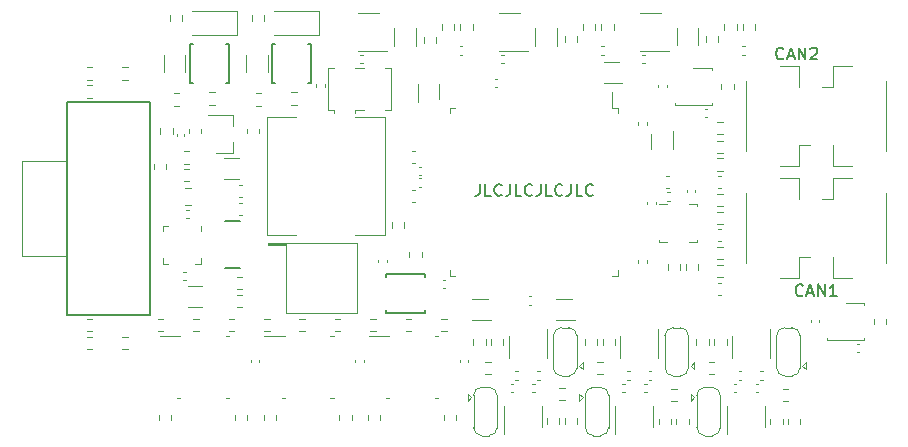
<source format=gto>
%TF.GenerationSoftware,KiCad,Pcbnew,5.1.12-84ad8e8a86~92~ubuntu20.04.1*%
%TF.CreationDate,2021-12-19T14:53:55+01:00*%
%TF.ProjectId,uHoubolt_PCB_ECU,75486f75-626f-46c7-945f-5043425f4543,rev?*%
%TF.SameCoordinates,PX7270e00PY4c4b400*%
%TF.FileFunction,Legend,Top*%
%TF.FilePolarity,Positive*%
%FSLAX46Y46*%
G04 Gerber Fmt 4.6, Leading zero omitted, Abs format (unit mm)*
G04 Created by KiCad (PCBNEW 5.1.12-84ad8e8a86~92~ubuntu20.04.1) date 2021-12-19 14:53:55*
%MOMM*%
%LPD*%
G01*
G04 APERTURE LIST*
%ADD10C,0.150000*%
%ADD11C,0.200000*%
%ADD12C,0.120000*%
G04 APERTURE END LIST*
D10*
X34930952Y-17952380D02*
X34930952Y-18666666D01*
X34883333Y-18809523D01*
X34788095Y-18904761D01*
X34645238Y-18952380D01*
X34550000Y-18952380D01*
X35883333Y-18952380D02*
X35407142Y-18952380D01*
X35407142Y-17952380D01*
X36788095Y-18857142D02*
X36740476Y-18904761D01*
X36597619Y-18952380D01*
X36502380Y-18952380D01*
X36359523Y-18904761D01*
X36264285Y-18809523D01*
X36216666Y-18714285D01*
X36169047Y-18523809D01*
X36169047Y-18380952D01*
X36216666Y-18190476D01*
X36264285Y-18095238D01*
X36359523Y-18000000D01*
X36502380Y-17952380D01*
X36597619Y-17952380D01*
X36740476Y-18000000D01*
X36788095Y-18047619D01*
X37502380Y-17952380D02*
X37502380Y-18666666D01*
X37454761Y-18809523D01*
X37359523Y-18904761D01*
X37216666Y-18952380D01*
X37121428Y-18952380D01*
X38454761Y-18952380D02*
X37978571Y-18952380D01*
X37978571Y-17952380D01*
X39359523Y-18857142D02*
X39311904Y-18904761D01*
X39169047Y-18952380D01*
X39073809Y-18952380D01*
X38930952Y-18904761D01*
X38835714Y-18809523D01*
X38788095Y-18714285D01*
X38740476Y-18523809D01*
X38740476Y-18380952D01*
X38788095Y-18190476D01*
X38835714Y-18095238D01*
X38930952Y-18000000D01*
X39073809Y-17952380D01*
X39169047Y-17952380D01*
X39311904Y-18000000D01*
X39359523Y-18047619D01*
X40073809Y-17952380D02*
X40073809Y-18666666D01*
X40026190Y-18809523D01*
X39930952Y-18904761D01*
X39788095Y-18952380D01*
X39692857Y-18952380D01*
X41026190Y-18952380D02*
X40550000Y-18952380D01*
X40550000Y-17952380D01*
X41930952Y-18857142D02*
X41883333Y-18904761D01*
X41740476Y-18952380D01*
X41645238Y-18952380D01*
X41502380Y-18904761D01*
X41407142Y-18809523D01*
X41359523Y-18714285D01*
X41311904Y-18523809D01*
X41311904Y-18380952D01*
X41359523Y-18190476D01*
X41407142Y-18095238D01*
X41502380Y-18000000D01*
X41645238Y-17952380D01*
X41740476Y-17952380D01*
X41883333Y-18000000D01*
X41930952Y-18047619D01*
X42645238Y-17952380D02*
X42645238Y-18666666D01*
X42597619Y-18809523D01*
X42502380Y-18904761D01*
X42359523Y-18952380D01*
X42264285Y-18952380D01*
X43597619Y-18952380D02*
X43121428Y-18952380D01*
X43121428Y-17952380D01*
X44502380Y-18857142D02*
X44454761Y-18904761D01*
X44311904Y-18952380D01*
X44216666Y-18952380D01*
X44073809Y-18904761D01*
X43978571Y-18809523D01*
X43930952Y-18714285D01*
X43883333Y-18523809D01*
X43883333Y-18380952D01*
X43930952Y-18190476D01*
X43978571Y-18095238D01*
X44073809Y-18000000D01*
X44216666Y-17952380D01*
X44311904Y-17952380D01*
X44454761Y-18000000D01*
X44502380Y-18047619D01*
D11*
X62280952Y-27357142D02*
X62233333Y-27404761D01*
X62090476Y-27452380D01*
X61995238Y-27452380D01*
X61852380Y-27404761D01*
X61757142Y-27309523D01*
X61709523Y-27214285D01*
X61661904Y-27023809D01*
X61661904Y-26880952D01*
X61709523Y-26690476D01*
X61757142Y-26595238D01*
X61852380Y-26500000D01*
X61995238Y-26452380D01*
X62090476Y-26452380D01*
X62233333Y-26500000D01*
X62280952Y-26547619D01*
X62661904Y-27166666D02*
X63138095Y-27166666D01*
X62566666Y-27452380D02*
X62900000Y-26452380D01*
X63233333Y-27452380D01*
X63566666Y-27452380D02*
X63566666Y-26452380D01*
X64138095Y-27452380D01*
X64138095Y-26452380D01*
X65138095Y-27452380D02*
X64566666Y-27452380D01*
X64852380Y-27452380D02*
X64852380Y-26452380D01*
X64757142Y-26595238D01*
X64661904Y-26690476D01*
X64566666Y-26738095D01*
X60630952Y-7307142D02*
X60583333Y-7354761D01*
X60440476Y-7402380D01*
X60345238Y-7402380D01*
X60202380Y-7354761D01*
X60107142Y-7259523D01*
X60059523Y-7164285D01*
X60011904Y-6973809D01*
X60011904Y-6830952D01*
X60059523Y-6640476D01*
X60107142Y-6545238D01*
X60202380Y-6450000D01*
X60345238Y-6402380D01*
X60440476Y-6402380D01*
X60583333Y-6450000D01*
X60630952Y-6497619D01*
X61011904Y-7116666D02*
X61488095Y-7116666D01*
X60916666Y-7402380D02*
X61250000Y-6402380D01*
X61583333Y-7402380D01*
X61916666Y-7402380D02*
X61916666Y-6402380D01*
X62488095Y-7402380D01*
X62488095Y-6402380D01*
X62916666Y-6497619D02*
X62964285Y-6450000D01*
X63059523Y-6402380D01*
X63297619Y-6402380D01*
X63392857Y-6450000D01*
X63440476Y-6497619D01*
X63488095Y-6592857D01*
X63488095Y-6688095D01*
X63440476Y-6830952D01*
X62869047Y-7402380D01*
X63488095Y-7402380D01*
D12*
%TO.C,J1*%
X-3800000Y-16000000D02*
X0Y-16000000D01*
X-3800000Y-24000000D02*
X-3800000Y-16000000D01*
X0Y-24000000D02*
X-3800000Y-24000000D01*
D10*
X7000000Y-29000000D02*
X7000000Y-11000000D01*
X7000000Y-11000000D02*
X0Y-11000000D01*
X0Y-11000000D02*
X0Y-29000000D01*
X0Y-29000000D02*
X7000000Y-29000000D01*
D12*
%TO.C,U24*%
X35850000Y-29450000D02*
X34300000Y-29450000D01*
X34300000Y-27650000D02*
X35600000Y-27650000D01*
%TO.C,U23*%
X42950000Y-29450000D02*
X41400000Y-29450000D01*
X41400000Y-27650000D02*
X42700000Y-27650000D01*
%TO.C,U22*%
X51250000Y-13425000D02*
X51250000Y-14975000D01*
X49450000Y-14975000D02*
X49450000Y-13675000D01*
%TO.C,U21*%
X47000000Y-9400000D02*
X45450000Y-9400000D01*
X45450000Y-7600000D02*
X46750000Y-7600000D01*
%TO.C,U20*%
X29700000Y-11000000D02*
X29700000Y-9450000D01*
X31500000Y-9450000D02*
X31500000Y-10750000D01*
%TO.C,U8*%
X18500000Y-23000000D02*
X17000000Y-23000000D01*
X18500000Y-23100000D02*
X18500000Y-23000000D01*
X17000000Y-23100000D02*
X18500000Y-23100000D01*
X17000000Y-22900000D02*
X17000000Y-23100000D01*
X24500000Y-28900000D02*
X24500000Y-22900000D01*
X18500000Y-28900000D02*
X24500000Y-28900000D01*
X18500000Y-22900000D02*
X18500000Y-28900000D01*
X24500000Y-22900000D02*
X17000000Y-22900000D01*
%TO.C,R78*%
X28522500Y-21162742D02*
X28522500Y-21637258D01*
X27477500Y-21162742D02*
X27477500Y-21637258D01*
%TO.C,R77*%
X30022500Y-23662742D02*
X30022500Y-24137258D01*
X28977500Y-23662742D02*
X28977500Y-24137258D01*
D10*
%TO.C,Q3*%
X26962500Y-28650000D02*
X26962500Y-28900000D01*
X30262500Y-28650000D02*
X30262500Y-28900000D01*
X30262500Y-25600000D02*
X30262500Y-25850000D01*
X26962500Y-25600000D02*
X26962500Y-25850000D01*
X30262500Y-25600000D02*
X26962500Y-25600000D01*
X30262500Y-28900000D02*
X26962500Y-28900000D01*
D12*
%TO.C,R76*%
X7877500Y-13687258D02*
X7877500Y-13212742D01*
X8922500Y-13687258D02*
X8922500Y-13212742D01*
%TO.C,R75*%
X7327500Y-16687258D02*
X7327500Y-16212742D01*
X8372500Y-16687258D02*
X8372500Y-16212742D01*
%TO.C,R13*%
X14837258Y-26872500D02*
X14362742Y-26872500D01*
X14837258Y-25827500D02*
X14362742Y-25827500D01*
%TO.C,R12*%
X14362742Y-27327500D02*
X14837258Y-27327500D01*
X14362742Y-28372500D02*
X14837258Y-28372500D01*
%TO.C,F2*%
X11402064Y-28360000D02*
X10197936Y-28360000D01*
X11402064Y-26540000D02*
X10197936Y-26540000D01*
%TO.C,C10*%
X9988748Y-18265000D02*
X10511252Y-18265000D01*
X9988748Y-19735000D02*
X10511252Y-19735000D01*
%TO.C,R74*%
X43172500Y-5887258D02*
X43172500Y-5412742D01*
X42127500Y-5887258D02*
X42127500Y-5412742D01*
%TO.C,R11*%
X31222500Y-5987258D02*
X31222500Y-5512742D01*
X30177500Y-5987258D02*
X30177500Y-5512742D01*
%TO.C,R10*%
X55122500Y-5887258D02*
X55122500Y-5412742D01*
X54077500Y-5887258D02*
X54077500Y-5412742D01*
%TO.C,U1*%
X40610000Y-32650000D02*
X40610000Y-30200000D01*
X37390000Y-30850000D02*
X37390000Y-32650000D01*
%TO.C,R7*%
X35412742Y-34072500D02*
X35887258Y-34072500D01*
X35412742Y-33027500D02*
X35887258Y-33027500D01*
%TO.C,R2*%
X35422500Y-31537258D02*
X35422500Y-31062742D01*
X34377500Y-31537258D02*
X34377500Y-31062742D01*
%TO.C,R1*%
X35877500Y-31062742D02*
X35877500Y-31537258D01*
X36922500Y-31062742D02*
X36922500Y-31537258D01*
%TO.C,JP3*%
X41150000Y-33550000D02*
X41150000Y-30750000D01*
X41850000Y-30100000D02*
X42450000Y-30100000D01*
X43150000Y-30750000D02*
X43150000Y-33550000D01*
X42450000Y-34200000D02*
X41850000Y-34200000D01*
X43350000Y-33350000D02*
X43650000Y-33650000D01*
X43650000Y-33650000D02*
X43650000Y-33050000D01*
X43350000Y-33350000D02*
X43650000Y-33050000D01*
X41850000Y-34200000D02*
G75*
G02*
X41150000Y-33500000I0J700000D01*
G01*
X43150000Y-33500000D02*
G75*
G02*
X42450000Y-34200000I-700000J0D01*
G01*
X42450000Y-30100000D02*
G75*
G02*
X43150000Y-30800000I0J-700000D01*
G01*
X41150000Y-30800000D02*
G75*
G02*
X41850000Y-30100000I700000J0D01*
G01*
%TO.C,C2*%
X37942164Y-34510000D02*
X38157836Y-34510000D01*
X37942164Y-33790000D02*
X38157836Y-33790000D01*
%TO.C,C1*%
X40007836Y-33790000D02*
X39792164Y-33790000D01*
X40007836Y-34510000D02*
X39792164Y-34510000D01*
%TO.C,F1*%
X13297936Y-17560000D02*
X14502064Y-17560000D01*
X13297936Y-15740000D02*
X14502064Y-15740000D01*
%TO.C,R73*%
X55012742Y-14277500D02*
X55487258Y-14277500D01*
X55012742Y-15322500D02*
X55487258Y-15322500D01*
%TO.C,R72*%
X55012742Y-23277500D02*
X55487258Y-23277500D01*
X55012742Y-24322500D02*
X55487258Y-24322500D01*
%TO.C,R71*%
X55012742Y-18777500D02*
X55487258Y-18777500D01*
X55012742Y-19822500D02*
X55487258Y-19822500D01*
%TO.C,D13*%
X9900000Y-13850000D02*
X9900000Y-13750000D01*
X9300000Y-13850000D02*
X9300000Y-13750000D01*
%TO.C,J6*%
X66440000Y-7965000D02*
X64840000Y-7965000D01*
X64840000Y-7965000D02*
X64840000Y-9765000D01*
X64840000Y-9765000D02*
X63900000Y-9765000D01*
X66440000Y-16435000D02*
X64840000Y-16435000D01*
X64840000Y-16435000D02*
X64840000Y-14635000D01*
X69310000Y-9235000D02*
X69310000Y-15165000D01*
%TO.C,J5*%
X66440000Y-17415000D02*
X64840000Y-17415000D01*
X64840000Y-17415000D02*
X64840000Y-19215000D01*
X64840000Y-19215000D02*
X63900000Y-19215000D01*
X66440000Y-25885000D02*
X64840000Y-25885000D01*
X64840000Y-25885000D02*
X64840000Y-24085000D01*
X69310000Y-18685000D02*
X69310000Y-24615000D01*
%TO.C,J4*%
X60360000Y-16435000D02*
X61960000Y-16435000D01*
X61960000Y-16435000D02*
X61960000Y-14635000D01*
X61960000Y-14635000D02*
X62900000Y-14635000D01*
X60360000Y-7965000D02*
X61960000Y-7965000D01*
X61960000Y-7965000D02*
X61960000Y-9765000D01*
X57490000Y-15165000D02*
X57490000Y-9235000D01*
%TO.C,J3*%
X60360000Y-25885000D02*
X61960000Y-25885000D01*
X61960000Y-25885000D02*
X61960000Y-24085000D01*
X61960000Y-24085000D02*
X62900000Y-24085000D01*
X60360000Y-17415000D02*
X61960000Y-17415000D01*
X61960000Y-17415000D02*
X61960000Y-19215000D01*
X57490000Y-24615000D02*
X57490000Y-18685000D01*
%TO.C,U19*%
X13435584Y-36060000D02*
X13700000Y-36060000D01*
X9564416Y-36060000D02*
X9300000Y-36060000D01*
X13435584Y-30840000D02*
X13700000Y-30840000D01*
X9564416Y-30840000D02*
X7850000Y-30840000D01*
%TO.C,U18*%
X22285584Y-36060000D02*
X22550000Y-36060000D01*
X18414416Y-36060000D02*
X18150000Y-36060000D01*
X22285584Y-30840000D02*
X22550000Y-30840000D01*
X18414416Y-30840000D02*
X16700000Y-30840000D01*
%TO.C,U17*%
X38350000Y-3440000D02*
X36550000Y-3440000D01*
X36550000Y-6660000D02*
X39000000Y-6660000D01*
%TO.C,U16*%
X26400000Y-3440000D02*
X24600000Y-3440000D01*
X24600000Y-6660000D02*
X27050000Y-6660000D01*
%TO.C,U15*%
X46840000Y-30850000D02*
X46840000Y-32650000D01*
X50060000Y-32650000D02*
X50060000Y-30200000D01*
%TO.C,U14*%
X59060000Y-38500000D02*
X59060000Y-36700000D01*
X55840000Y-36700000D02*
X55840000Y-39150000D01*
%TO.C,U13*%
X49610000Y-38500000D02*
X49610000Y-36700000D01*
X46390000Y-36700000D02*
X46390000Y-39150000D01*
%TO.C,U12*%
X40160000Y-38500000D02*
X40160000Y-36700000D01*
X36940000Y-36700000D02*
X36940000Y-39150000D01*
%TO.C,U11*%
X31135584Y-36060000D02*
X31400000Y-36060000D01*
X27264416Y-36060000D02*
X27000000Y-36060000D01*
X31135584Y-30840000D02*
X31400000Y-30840000D01*
X27264416Y-30840000D02*
X25550000Y-30840000D01*
%TO.C,U10*%
X50300000Y-3440000D02*
X48500000Y-3440000D01*
X48500000Y-6660000D02*
X50950000Y-6660000D01*
%TO.C,U9*%
X56290000Y-30850000D02*
X56290000Y-32650000D01*
X59510000Y-32650000D02*
X59510000Y-30200000D01*
%TO.C,R70*%
X13662742Y-29377500D02*
X14137258Y-29377500D01*
X13662742Y-30422500D02*
X14137258Y-30422500D01*
%TO.C,R69*%
X8137258Y-30422500D02*
X7662742Y-30422500D01*
X8137258Y-29377500D02*
X7662742Y-29377500D01*
%TO.C,R68*%
X15222500Y-37462742D02*
X15222500Y-37937258D01*
X14177500Y-37462742D02*
X14177500Y-37937258D01*
%TO.C,R67*%
X7777500Y-37937258D02*
X7777500Y-37462742D01*
X8822500Y-37937258D02*
X8822500Y-37462742D01*
%TO.C,R66*%
X10662742Y-29377500D02*
X11137258Y-29377500D01*
X10662742Y-30422500D02*
X11137258Y-30422500D01*
%TO.C,R65*%
X22662742Y-29377500D02*
X23137258Y-29377500D01*
X22662742Y-30422500D02*
X23137258Y-30422500D01*
%TO.C,R64*%
X17137258Y-30422500D02*
X16662742Y-30422500D01*
X17137258Y-29377500D02*
X16662742Y-29377500D01*
%TO.C,R63*%
X24072500Y-37462742D02*
X24072500Y-37937258D01*
X23027500Y-37462742D02*
X23027500Y-37937258D01*
%TO.C,R62*%
X16627500Y-37937258D02*
X16627500Y-37462742D01*
X17672500Y-37937258D02*
X17672500Y-37462742D01*
%TO.C,R61*%
X19662742Y-29377500D02*
X20137258Y-29377500D01*
X19662742Y-30422500D02*
X20137258Y-30422500D01*
%TO.C,R60*%
X15140000Y-8477064D02*
X15140000Y-7022936D01*
X16960000Y-8477064D02*
X16960000Y-7022936D01*
%TO.C,R59*%
X18962742Y-10177500D02*
X19437258Y-10177500D01*
X18962742Y-11222500D02*
X19437258Y-11222500D01*
%TO.C,R58*%
X15962742Y-10277500D02*
X16437258Y-10277500D01*
X15962742Y-11322500D02*
X16437258Y-11322500D01*
%TO.C,R57*%
X15627500Y-4137258D02*
X15627500Y-3662742D01*
X16672500Y-4137258D02*
X16672500Y-3662742D01*
%TO.C,R56*%
X43677500Y-4887258D02*
X43677500Y-4412742D01*
X44722500Y-4887258D02*
X44722500Y-4412742D01*
%TO.C,R55*%
X41460000Y-4772936D02*
X41460000Y-6227064D01*
X39640000Y-4772936D02*
X39640000Y-6227064D01*
%TO.C,R54*%
X45227500Y-4887258D02*
X45227500Y-4412742D01*
X46272500Y-4887258D02*
X46272500Y-4412742D01*
%TO.C,R53*%
X31727500Y-4887258D02*
X31727500Y-4412742D01*
X32772500Y-4887258D02*
X32772500Y-4412742D01*
%TO.C,R52*%
X29510000Y-4772936D02*
X29510000Y-6227064D01*
X27690000Y-4772936D02*
X27690000Y-6227064D01*
%TO.C,R51*%
X33277500Y-4887258D02*
X33277500Y-4412742D01*
X34322500Y-4887258D02*
X34322500Y-4412742D01*
%TO.C,R50*%
X55012742Y-15777500D02*
X55487258Y-15777500D01*
X55012742Y-16822500D02*
X55487258Y-16822500D01*
%TO.C,R49*%
X55012742Y-24777500D02*
X55487258Y-24777500D01*
X55012742Y-25822500D02*
X55487258Y-25822500D01*
%TO.C,R48*%
X44862742Y-33027500D02*
X45337258Y-33027500D01*
X44862742Y-34072500D02*
X45337258Y-34072500D01*
%TO.C,R47*%
X43827500Y-31537258D02*
X43827500Y-31062742D01*
X44872500Y-31537258D02*
X44872500Y-31062742D01*
%TO.C,R46*%
X46372500Y-31062742D02*
X46372500Y-31537258D01*
X45327500Y-31062742D02*
X45327500Y-31537258D01*
%TO.C,R45*%
X61037258Y-36322500D02*
X60562742Y-36322500D01*
X61037258Y-35277500D02*
X60562742Y-35277500D01*
%TO.C,R44*%
X62072500Y-37812742D02*
X62072500Y-38287258D01*
X61027500Y-37812742D02*
X61027500Y-38287258D01*
%TO.C,R43*%
X59527500Y-38287258D02*
X59527500Y-37812742D01*
X60572500Y-38287258D02*
X60572500Y-37812742D01*
%TO.C,R42*%
X51587258Y-36322500D02*
X51112742Y-36322500D01*
X51587258Y-35277500D02*
X51112742Y-35277500D01*
%TO.C,R41*%
X52622500Y-37812742D02*
X52622500Y-38287258D01*
X51577500Y-37812742D02*
X51577500Y-38287258D01*
%TO.C,R40*%
X50077500Y-38287258D02*
X50077500Y-37812742D01*
X51122500Y-38287258D02*
X51122500Y-37812742D01*
%TO.C,R39*%
X42137258Y-36272500D02*
X41662742Y-36272500D01*
X42137258Y-35227500D02*
X41662742Y-35227500D01*
%TO.C,R38*%
X43172500Y-37762742D02*
X43172500Y-38237258D01*
X42127500Y-37762742D02*
X42127500Y-38237258D01*
%TO.C,R37*%
X40627500Y-38237258D02*
X40627500Y-37762742D01*
X41672500Y-38237258D02*
X41672500Y-37762742D01*
%TO.C,R36*%
X31662742Y-29377500D02*
X32137258Y-29377500D01*
X31662742Y-30422500D02*
X32137258Y-30422500D01*
%TO.C,R35*%
X26137258Y-30422500D02*
X25662742Y-30422500D01*
X26137258Y-29377500D02*
X25662742Y-29377500D01*
%TO.C,R34*%
X32922500Y-37462742D02*
X32922500Y-37937258D01*
X31877500Y-37462742D02*
X31877500Y-37937258D01*
%TO.C,R33*%
X25477500Y-37937258D02*
X25477500Y-37462742D01*
X26522500Y-37937258D02*
X26522500Y-37462742D01*
%TO.C,R32*%
X28662742Y-29377500D02*
X29137258Y-29377500D01*
X28662742Y-30422500D02*
X29137258Y-30422500D01*
%TO.C,R31*%
X8190000Y-8477064D02*
X8190000Y-7022936D01*
X10010000Y-8477064D02*
X10010000Y-7022936D01*
%TO.C,R30*%
X12012742Y-10177500D02*
X12487258Y-10177500D01*
X12012742Y-11222500D02*
X12487258Y-11222500D01*
%TO.C,R29*%
X9012742Y-10277500D02*
X9487258Y-10277500D01*
X9012742Y-11322500D02*
X9487258Y-11322500D01*
%TO.C,R28*%
X8677500Y-4137258D02*
X8677500Y-3662742D01*
X9722500Y-4137258D02*
X9722500Y-3662742D01*
%TO.C,R27*%
X55627500Y-4887258D02*
X55627500Y-4412742D01*
X56672500Y-4887258D02*
X56672500Y-4412742D01*
%TO.C,R26*%
X53410000Y-4722936D02*
X53410000Y-6177064D01*
X51590000Y-4722936D02*
X51590000Y-6177064D01*
%TO.C,R25*%
X57177500Y-4887258D02*
X57177500Y-4412742D01*
X58222500Y-4887258D02*
X58222500Y-4412742D01*
%TO.C,R24*%
X55012742Y-20277500D02*
X55487258Y-20277500D01*
X55012742Y-21322500D02*
X55487258Y-21322500D01*
%TO.C,R23*%
X54312742Y-33027500D02*
X54787258Y-33027500D01*
X54312742Y-34072500D02*
X54787258Y-34072500D01*
%TO.C,R22*%
X53277500Y-31537258D02*
X53277500Y-31062742D01*
X54322500Y-31537258D02*
X54322500Y-31062742D01*
%TO.C,R21*%
X55822500Y-31062742D02*
X55822500Y-31537258D01*
X54777500Y-31062742D02*
X54777500Y-31537258D01*
D10*
%TO.C,Q2*%
X17600000Y-6100000D02*
X17350000Y-6100000D01*
X17600000Y-9400000D02*
X17350000Y-9400000D01*
X20650000Y-9400000D02*
X20400000Y-9400000D01*
X20650000Y-6100000D02*
X20400000Y-6100000D01*
X20650000Y-9400000D02*
X20650000Y-6100000D01*
X17350000Y-9400000D02*
X17350000Y-6100000D01*
%TO.C,Q1*%
X10650000Y-6112500D02*
X10400000Y-6112500D01*
X10650000Y-9412500D02*
X10400000Y-9412500D01*
X13700000Y-9412500D02*
X13450000Y-9412500D01*
X13700000Y-6112500D02*
X13450000Y-6112500D01*
X13700000Y-9412500D02*
X13700000Y-6112500D01*
X10400000Y-9412500D02*
X10400000Y-6112500D01*
D12*
%TO.C,JP7*%
X52800000Y-33350000D02*
X53100000Y-33050000D01*
X53100000Y-33650000D02*
X53100000Y-33050000D01*
X52800000Y-33350000D02*
X53100000Y-33650000D01*
X51900000Y-34200000D02*
X51300000Y-34200000D01*
X52600000Y-30750000D02*
X52600000Y-33550000D01*
X51300000Y-30100000D02*
X51900000Y-30100000D01*
X50600000Y-33550000D02*
X50600000Y-30750000D01*
X51300000Y-34200000D02*
G75*
G02*
X50600000Y-33500000I0J700000D01*
G01*
X52600000Y-33500000D02*
G75*
G02*
X51900000Y-34200000I-700000J0D01*
G01*
X51900000Y-30100000D02*
G75*
G02*
X52600000Y-30800000I0J-700000D01*
G01*
X50600000Y-30800000D02*
G75*
G02*
X51300000Y-30100000I700000J0D01*
G01*
%TO.C,JP6*%
X53100000Y-36000000D02*
X52800000Y-36300000D01*
X52800000Y-35700000D02*
X52800000Y-36300000D01*
X53100000Y-36000000D02*
X52800000Y-35700000D01*
X54000000Y-35150000D02*
X54600000Y-35150000D01*
X53300000Y-38600000D02*
X53300000Y-35800000D01*
X54600000Y-39250000D02*
X54000000Y-39250000D01*
X55300000Y-35800000D02*
X55300000Y-38600000D01*
X54600000Y-35150000D02*
G75*
G02*
X55300000Y-35850000I0J-700000D01*
G01*
X53300000Y-35850000D02*
G75*
G02*
X54000000Y-35150000I700000J0D01*
G01*
X54000000Y-39250000D02*
G75*
G02*
X53300000Y-38550000I0J700000D01*
G01*
X55300000Y-38550000D02*
G75*
G02*
X54600000Y-39250000I-700000J0D01*
G01*
%TO.C,JP5*%
X43650000Y-36000000D02*
X43350000Y-36300000D01*
X43350000Y-35700000D02*
X43350000Y-36300000D01*
X43650000Y-36000000D02*
X43350000Y-35700000D01*
X44550000Y-35150000D02*
X45150000Y-35150000D01*
X43850000Y-38600000D02*
X43850000Y-35800000D01*
X45150000Y-39250000D02*
X44550000Y-39250000D01*
X45850000Y-35800000D02*
X45850000Y-38600000D01*
X45150000Y-35150000D02*
G75*
G02*
X45850000Y-35850000I0J-700000D01*
G01*
X43850000Y-35850000D02*
G75*
G02*
X44550000Y-35150000I700000J0D01*
G01*
X44550000Y-39250000D02*
G75*
G02*
X43850000Y-38550000I0J700000D01*
G01*
X45850000Y-38550000D02*
G75*
G02*
X45150000Y-39250000I-700000J0D01*
G01*
%TO.C,JP4*%
X34200000Y-36000000D02*
X33900000Y-36300000D01*
X33900000Y-35700000D02*
X33900000Y-36300000D01*
X34200000Y-36000000D02*
X33900000Y-35700000D01*
X35100000Y-35150000D02*
X35700000Y-35150000D01*
X34400000Y-38600000D02*
X34400000Y-35800000D01*
X35700000Y-39250000D02*
X35100000Y-39250000D01*
X36400000Y-35800000D02*
X36400000Y-38600000D01*
X35700000Y-35150000D02*
G75*
G02*
X36400000Y-35850000I0J-700000D01*
G01*
X34400000Y-35850000D02*
G75*
G02*
X35100000Y-35150000I700000J0D01*
G01*
X35100000Y-39250000D02*
G75*
G02*
X34400000Y-38550000I0J700000D01*
G01*
X36400000Y-38550000D02*
G75*
G02*
X35700000Y-39250000I-700000J0D01*
G01*
%TO.C,JP1*%
X62250000Y-33350000D02*
X62550000Y-33050000D01*
X62550000Y-33650000D02*
X62550000Y-33050000D01*
X62250000Y-33350000D02*
X62550000Y-33650000D01*
X61350000Y-34200000D02*
X60750000Y-34200000D01*
X62050000Y-30750000D02*
X62050000Y-33550000D01*
X60750000Y-30100000D02*
X61350000Y-30100000D01*
X60050000Y-33550000D02*
X60050000Y-30750000D01*
X60750000Y-34200000D02*
G75*
G02*
X60050000Y-33500000I0J700000D01*
G01*
X62050000Y-33500000D02*
G75*
G02*
X61350000Y-34200000I-700000J0D01*
G01*
X61350000Y-30100000D02*
G75*
G02*
X62050000Y-30800000I0J-700000D01*
G01*
X60050000Y-30800000D02*
G75*
G02*
X60750000Y-30100000I700000J0D01*
G01*
%TO.C,D10*%
X21350000Y-5300000D02*
X21350000Y-3300000D01*
X21350000Y-3300000D02*
X17500000Y-3300000D01*
X21350000Y-5300000D02*
X17500000Y-5300000D01*
%TO.C,D7*%
X14400000Y-5300000D02*
X14400000Y-3300000D01*
X14400000Y-3300000D02*
X10550000Y-3300000D01*
X14400000Y-5300000D02*
X10550000Y-5300000D01*
%TO.C,C61*%
X16260000Y-32842164D02*
X16260000Y-33057836D01*
X15540000Y-32842164D02*
X15540000Y-33057836D01*
%TO.C,C60*%
X25110000Y-32842164D02*
X25110000Y-33057836D01*
X24390000Y-32842164D02*
X24390000Y-33057836D01*
%TO.C,C59*%
X36742164Y-6990000D02*
X36957836Y-6990000D01*
X36742164Y-7710000D02*
X36957836Y-7710000D01*
%TO.C,C58*%
X45407836Y-7010000D02*
X45192164Y-7010000D01*
X45407836Y-6290000D02*
X45192164Y-6290000D01*
%TO.C,C57*%
X24812164Y-6990000D02*
X25027836Y-6990000D01*
X24812164Y-7710000D02*
X25027836Y-7710000D01*
%TO.C,C56*%
X33457836Y-7010000D02*
X33242164Y-7010000D01*
X33457836Y-6290000D02*
X33242164Y-6290000D01*
%TO.C,C55*%
X55109420Y-17290000D02*
X55390580Y-17290000D01*
X55109420Y-18310000D02*
X55390580Y-18310000D01*
%TO.C,C54*%
X55109420Y-26290000D02*
X55390580Y-26290000D01*
X55109420Y-27310000D02*
X55390580Y-27310000D01*
%TO.C,C53*%
X47392164Y-33790000D02*
X47607836Y-33790000D01*
X47392164Y-34510000D02*
X47607836Y-34510000D01*
%TO.C,C52*%
X49457836Y-34510000D02*
X49242164Y-34510000D01*
X49457836Y-33790000D02*
X49242164Y-33790000D01*
%TO.C,C51*%
X58507836Y-35560000D02*
X58292164Y-35560000D01*
X58507836Y-34840000D02*
X58292164Y-34840000D01*
%TO.C,C50*%
X56442164Y-34840000D02*
X56657836Y-34840000D01*
X56442164Y-35560000D02*
X56657836Y-35560000D01*
%TO.C,C49*%
X49057836Y-35560000D02*
X48842164Y-35560000D01*
X49057836Y-34840000D02*
X48842164Y-34840000D01*
%TO.C,C48*%
X46992164Y-34840000D02*
X47207836Y-34840000D01*
X46992164Y-35560000D02*
X47207836Y-35560000D01*
%TO.C,C47*%
X39607836Y-35560000D02*
X39392164Y-35560000D01*
X39607836Y-34840000D02*
X39392164Y-34840000D01*
%TO.C,C46*%
X37542164Y-34840000D02*
X37757836Y-34840000D01*
X37542164Y-35560000D02*
X37757836Y-35560000D01*
%TO.C,C45*%
X33960000Y-32842164D02*
X33960000Y-33057836D01*
X33240000Y-32842164D02*
X33240000Y-33057836D01*
%TO.C,C44*%
X48692164Y-6990000D02*
X48907836Y-6990000D01*
X48692164Y-7710000D02*
X48907836Y-7710000D01*
%TO.C,C43*%
X57357836Y-7010000D02*
X57142164Y-7010000D01*
X57357836Y-6290000D02*
X57142164Y-6290000D01*
%TO.C,C42*%
X55109420Y-21790000D02*
X55390580Y-21790000D01*
X55109420Y-22810000D02*
X55390580Y-22810000D01*
%TO.C,C41*%
X56842164Y-33790000D02*
X57057836Y-33790000D01*
X56842164Y-34510000D02*
X57057836Y-34510000D01*
%TO.C,C24*%
X58907836Y-34510000D02*
X58692164Y-34510000D01*
X58907836Y-33790000D02*
X58692164Y-33790000D01*
%TO.C,LS1*%
X19400000Y-22300000D02*
X16900000Y-22300000D01*
X26900000Y-22300000D02*
X24400000Y-22300000D01*
X24400000Y-12300000D02*
X26900000Y-12300000D01*
X19400000Y-12300000D02*
X16900000Y-12300000D01*
X16900000Y-22300000D02*
X16900000Y-12300000D01*
X26900000Y-12300000D02*
X26900000Y-22300000D01*
%TO.C,C30*%
X29742164Y-16490000D02*
X29957836Y-16490000D01*
X29742164Y-17210000D02*
X29957836Y-17210000D01*
%TO.C,X1*%
X24380000Y-11700000D02*
X24380000Y-11940000D01*
X25120000Y-11700000D02*
X24380000Y-11700000D01*
X22050000Y-8100000D02*
X22580000Y-8100000D01*
X22050000Y-11700000D02*
X22050000Y-8100000D01*
X22580000Y-11700000D02*
X22050000Y-11700000D01*
X22580000Y-11940000D02*
X22580000Y-11700000D01*
X24380000Y-8100000D02*
X25120000Y-8100000D01*
X27450000Y-11700000D02*
X26920000Y-11700000D01*
X27450000Y-8100000D02*
X27450000Y-11700000D01*
X26920000Y-8100000D02*
X27450000Y-8100000D01*
%TO.C,U7*%
X50765000Y-19640000D02*
X50090000Y-19640000D01*
X53310000Y-22860000D02*
X53310000Y-22685000D01*
X52635000Y-22860000D02*
X53310000Y-22860000D01*
X50090000Y-22860000D02*
X50090000Y-22685000D01*
X50765000Y-22860000D02*
X50090000Y-22860000D01*
X53310000Y-19640000D02*
X53310000Y-19815000D01*
X52635000Y-19640000D02*
X53310000Y-19640000D01*
%TO.C,U6*%
X46135000Y-11490000D02*
X46135000Y-10150000D01*
X46610000Y-11490000D02*
X46135000Y-11490000D01*
X46610000Y-11965000D02*
X46610000Y-11490000D01*
X46610000Y-25710000D02*
X46135000Y-25710000D01*
X46610000Y-25235000D02*
X46610000Y-25710000D01*
X32390000Y-11490000D02*
X32865000Y-11490000D01*
X32390000Y-11965000D02*
X32390000Y-11490000D01*
X32390000Y-25710000D02*
X32865000Y-25710000D01*
X32390000Y-25235000D02*
X32390000Y-25710000D01*
%TO.C,U5*%
X54560000Y-8140000D02*
X54560000Y-8290000D01*
X51440000Y-11260000D02*
X51440000Y-11110000D01*
X53000000Y-8140000D02*
X54560000Y-8140000D01*
X51440000Y-11260000D02*
X54560000Y-11260000D01*
X54560000Y-11260000D02*
X54560000Y-11110000D01*
%TO.C,U4*%
X67460000Y-28040000D02*
X67460000Y-28190000D01*
X64340000Y-31160000D02*
X64340000Y-31010000D01*
X65900000Y-28040000D02*
X67460000Y-28040000D01*
X64340000Y-31160000D02*
X67460000Y-31160000D01*
X67460000Y-31160000D02*
X67460000Y-31010000D01*
%TO.C,U3*%
X14060000Y-15280000D02*
X12600000Y-15280000D01*
X14060000Y-12120000D02*
X11900000Y-12120000D01*
X14060000Y-12120000D02*
X14060000Y-13050000D01*
X14060000Y-15280000D02*
X14060000Y-14350000D01*
%TO.C,U2*%
X11300000Y-21955000D02*
X11300000Y-21480000D01*
X8080000Y-24700000D02*
X8555000Y-24700000D01*
X8080000Y-24225000D02*
X8080000Y-24700000D01*
X8080000Y-21480000D02*
X8555000Y-21480000D01*
X8080000Y-21955000D02*
X8080000Y-21480000D01*
X11300000Y-24700000D02*
X10825000Y-24700000D01*
X11300000Y-24225000D02*
X11300000Y-24700000D01*
%TO.C,R20*%
X51922500Y-25187258D02*
X51922500Y-24712742D01*
X50877500Y-25187258D02*
X50877500Y-24712742D01*
%TO.C,R19*%
X53422500Y-25187258D02*
X53422500Y-24712742D01*
X52377500Y-25187258D02*
X52377500Y-24712742D01*
%TO.C,R18*%
X55377500Y-9462742D02*
X55377500Y-9937258D01*
X56422500Y-9462742D02*
X56422500Y-9937258D01*
%TO.C,R17*%
X68277500Y-29362742D02*
X68277500Y-29837258D01*
X69322500Y-29362742D02*
X69322500Y-29837258D01*
%TO.C,R16*%
X55487258Y-12677500D02*
X55012742Y-12677500D01*
X55487258Y-13722500D02*
X55012742Y-13722500D01*
%TO.C,R15*%
X9862742Y-17722500D02*
X10337258Y-17722500D01*
X9862742Y-16677500D02*
X10337258Y-16677500D01*
%TO.C,R14*%
X10337258Y-15177500D02*
X9862742Y-15177500D01*
X10337258Y-16222500D02*
X9862742Y-16222500D01*
%TO.C,R9*%
X4662742Y-31922500D02*
X5137258Y-31922500D01*
X4662742Y-30877500D02*
X5137258Y-30877500D01*
%TO.C,R8*%
X1662742Y-31922500D02*
X2137258Y-31922500D01*
X1662742Y-30877500D02*
X2137258Y-30877500D01*
%TO.C,R6*%
X1662742Y-30422500D02*
X2137258Y-30422500D01*
X1662742Y-29377500D02*
X2137258Y-29377500D01*
%TO.C,R5*%
X4662742Y-9122500D02*
X5137258Y-9122500D01*
X4662742Y-8077500D02*
X5137258Y-8077500D01*
%TO.C,R4*%
X1662742Y-9122500D02*
X2137258Y-9122500D01*
X1662742Y-8077500D02*
X2137258Y-8077500D01*
%TO.C,R3*%
X1662742Y-10622500D02*
X2137258Y-10622500D01*
X1662742Y-9577500D02*
X2137258Y-9577500D01*
D10*
%TO.C,L2*%
X13400000Y-25050000D02*
X14600000Y-25050000D01*
X13400000Y-21050000D02*
X14600000Y-21050000D01*
D12*
%TO.C,C40*%
X52440000Y-18442164D02*
X52440000Y-18657836D01*
X53160000Y-18442164D02*
X53160000Y-18657836D01*
%TO.C,C39*%
X49090000Y-19442164D02*
X49090000Y-19657836D01*
X49810000Y-19442164D02*
X49810000Y-19657836D01*
%TO.C,C38*%
X26340000Y-24342164D02*
X26340000Y-24557836D01*
X27060000Y-24342164D02*
X27060000Y-24557836D01*
%TO.C,C37*%
X50792164Y-19360000D02*
X51007836Y-19360000D01*
X50792164Y-18640000D02*
X51007836Y-18640000D01*
%TO.C,C36*%
X50659420Y-18260000D02*
X50940580Y-18260000D01*
X50659420Y-17240000D02*
X50940580Y-17240000D01*
%TO.C,C35*%
X36407836Y-9040000D02*
X36192164Y-9040000D01*
X36407836Y-9760000D02*
X36192164Y-9760000D01*
%TO.C,C34*%
X49060000Y-12907836D02*
X49060000Y-12692164D01*
X48340000Y-12907836D02*
X48340000Y-12692164D01*
%TO.C,C33*%
X49060000Y-24607836D02*
X49060000Y-24392164D01*
X48340000Y-24607836D02*
X48340000Y-24392164D01*
%TO.C,C32*%
X39092164Y-28160000D02*
X39307836Y-28160000D01*
X39092164Y-27440000D02*
X39307836Y-27440000D01*
%TO.C,C31*%
X31792164Y-26760000D02*
X32007836Y-26760000D01*
X31792164Y-26040000D02*
X32007836Y-26040000D01*
%TO.C,C29*%
X29159420Y-16160000D02*
X29440580Y-16160000D01*
X29159420Y-15140000D02*
X29440580Y-15140000D01*
%TO.C,C28*%
X29159420Y-19510000D02*
X29440580Y-19510000D01*
X29159420Y-18490000D02*
X29440580Y-18490000D01*
%TO.C,C27*%
X50760000Y-9757836D02*
X50760000Y-9542164D01*
X50040000Y-9757836D02*
X50040000Y-9542164D01*
%TO.C,C26*%
X63660000Y-29657836D02*
X63660000Y-29442164D01*
X62940000Y-29657836D02*
X62940000Y-29442164D01*
%TO.C,C25*%
X29742164Y-18160000D02*
X29957836Y-18160000D01*
X29742164Y-17440000D02*
X29957836Y-17440000D01*
%TO.C,C23*%
X21090000Y-9492164D02*
X21090000Y-9707836D01*
X21810000Y-9492164D02*
X21810000Y-9707836D01*
%TO.C,C22*%
X54207836Y-11590000D02*
X53992164Y-11590000D01*
X54207836Y-12310000D02*
X53992164Y-12310000D01*
%TO.C,C21*%
X67057836Y-31490000D02*
X66842164Y-31490000D01*
X67057836Y-32210000D02*
X66842164Y-32210000D01*
%TO.C,C20*%
X10290000Y-13309420D02*
X10290000Y-13590580D01*
X11310000Y-13309420D02*
X11310000Y-13590580D01*
%TO.C,C19*%
X14790580Y-18040000D02*
X14509420Y-18040000D01*
X14790580Y-19060000D02*
X14509420Y-19060000D01*
%TO.C,C18*%
X14790580Y-19540000D02*
X14509420Y-19540000D01*
X14790580Y-20560000D02*
X14509420Y-20560000D01*
%TO.C,C17*%
X9842164Y-26110000D02*
X10057836Y-26110000D01*
X9842164Y-25390000D02*
X10057836Y-25390000D01*
%TO.C,C16*%
X15240000Y-13309420D02*
X15240000Y-13590580D01*
X16260000Y-13309420D02*
X16260000Y-13590580D01*
%TO.C,C12*%
X10092164Y-20860000D02*
X10307836Y-20860000D01*
X10092164Y-20140000D02*
X10307836Y-20140000D01*
%TD*%
M02*

</source>
